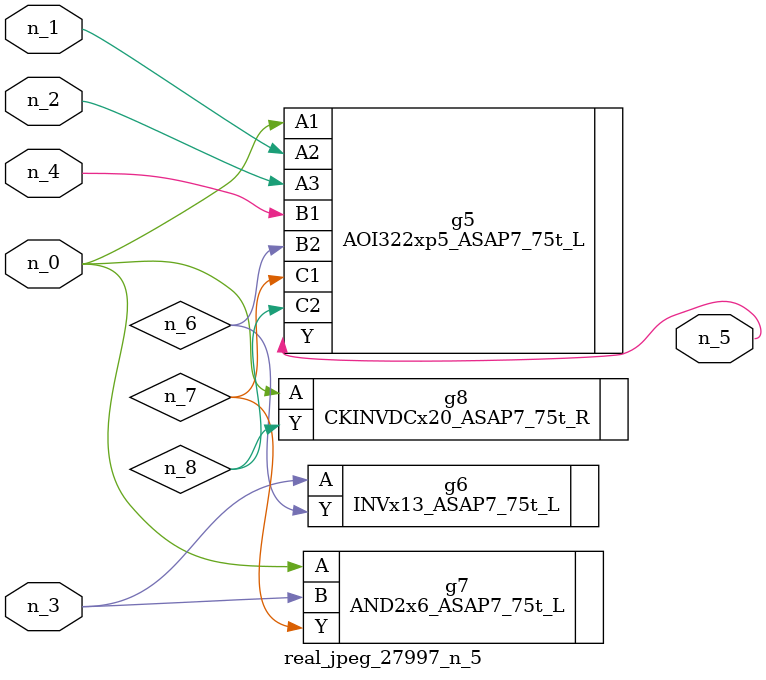
<source format=v>
module real_jpeg_27997_n_5 (n_4, n_0, n_1, n_2, n_3, n_5);

input n_4;
input n_0;
input n_1;
input n_2;
input n_3;

output n_5;

wire n_8;
wire n_6;
wire n_7;

AOI322xp5_ASAP7_75t_L g5 ( 
.A1(n_0),
.A2(n_1),
.A3(n_2),
.B1(n_4),
.B2(n_6),
.C1(n_7),
.C2(n_8),
.Y(n_5)
);

AND2x6_ASAP7_75t_L g7 ( 
.A(n_0),
.B(n_3),
.Y(n_7)
);

CKINVDCx20_ASAP7_75t_R g8 ( 
.A(n_0),
.Y(n_8)
);

INVx13_ASAP7_75t_L g6 ( 
.A(n_3),
.Y(n_6)
);


endmodule
</source>
